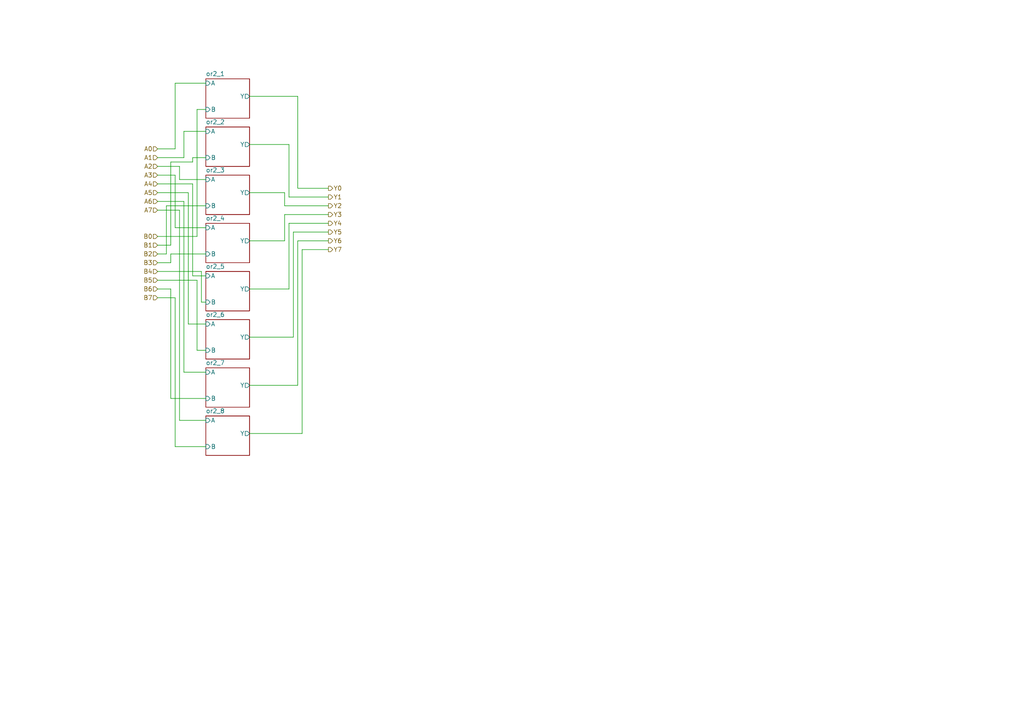
<source format=kicad_sch>
(kicad_sch
	(version 20250114)
	(generator "eeschema")
	(generator_version "9.0")
	(uuid "d541a682-fa01-47a3-834a-d48fe819bd53")
	(paper "A4")
	(lib_symbols)
	(wire
		(pts
			(xy 49.53 76.2) (xy 49.53 73.66)
		)
		(stroke
			(width 0)
			(type default)
		)
		(uuid "01b4c8d3-2923-4857-89f2-2a56d5a0730f")
	)
	(wire
		(pts
			(xy 87.63 125.73) (xy 87.63 72.39)
		)
		(stroke
			(width 0)
			(type default)
		)
		(uuid "0387222c-7af7-4d96-8ebf-72c516580353")
	)
	(wire
		(pts
			(xy 52.07 60.96) (xy 52.07 121.92)
		)
		(stroke
			(width 0)
			(type default)
		)
		(uuid "04dc0057-e523-4886-a05e-c3fe862d0660")
	)
	(wire
		(pts
			(xy 86.36 69.85) (xy 95.25 69.85)
		)
		(stroke
			(width 0)
			(type default)
		)
		(uuid "060c5333-7178-4e75-90b6-aed2062a5ad8")
	)
	(wire
		(pts
			(xy 48.26 59.69) (xy 59.69 59.69)
		)
		(stroke
			(width 0)
			(type default)
		)
		(uuid "0927b98b-9b44-4525-bdc7-f42ecfe75587")
	)
	(wire
		(pts
			(xy 86.36 54.61) (xy 95.25 54.61)
		)
		(stroke
			(width 0)
			(type default)
		)
		(uuid "099ee5dd-b3fe-403a-86af-c21a5b92f536")
	)
	(wire
		(pts
			(xy 45.72 71.12) (xy 49.53 71.12)
		)
		(stroke
			(width 0)
			(type default)
		)
		(uuid "0c2adffa-aa28-4b17-90c4-b7bbb559c704")
	)
	(wire
		(pts
			(xy 72.39 111.76) (xy 86.36 111.76)
		)
		(stroke
			(width 0)
			(type default)
		)
		(uuid "0c307147-b323-46ea-8dfc-c068c3fd3df8")
	)
	(wire
		(pts
			(xy 45.72 81.28) (xy 57.15 81.28)
		)
		(stroke
			(width 0)
			(type default)
		)
		(uuid "0cee0152-dadf-4547-b9e2-447a835e0db5")
	)
	(wire
		(pts
			(xy 57.15 68.58) (xy 57.15 31.75)
		)
		(stroke
			(width 0)
			(type default)
		)
		(uuid "0e8e2e38-d34d-417f-920b-b90df4f5c695")
	)
	(wire
		(pts
			(xy 49.53 46.99) (xy 55.88 46.99)
		)
		(stroke
			(width 0)
			(type default)
		)
		(uuid "112c06b9-e21c-4ba8-ae86-65fb63120bdc")
	)
	(wire
		(pts
			(xy 87.63 72.39) (xy 95.25 72.39)
		)
		(stroke
			(width 0)
			(type default)
		)
		(uuid "119fb8bf-81a7-46fb-b2b5-d74be00c409d")
	)
	(wire
		(pts
			(xy 82.55 69.85) (xy 82.55 62.23)
		)
		(stroke
			(width 0)
			(type default)
		)
		(uuid "12452f5e-69ec-46de-803d-51c0ec9018c9")
	)
	(wire
		(pts
			(xy 52.07 52.07) (xy 59.69 52.07)
		)
		(stroke
			(width 0)
			(type default)
		)
		(uuid "15316335-96a8-4470-9872-b5b988dd1cfd")
	)
	(wire
		(pts
			(xy 45.72 43.18) (xy 50.8 43.18)
		)
		(stroke
			(width 0)
			(type default)
		)
		(uuid "18b30b85-fb32-412d-b31b-6caff6371a6f")
	)
	(wire
		(pts
			(xy 45.72 50.8) (xy 50.8 50.8)
		)
		(stroke
			(width 0)
			(type default)
		)
		(uuid "1a4163a3-c52e-4bee-9f0c-d9bc186f2fa0")
	)
	(wire
		(pts
			(xy 55.88 46.99) (xy 55.88 45.72)
		)
		(stroke
			(width 0)
			(type default)
		)
		(uuid "1f8f6443-82d4-49d1-8a68-2edbd447b369")
	)
	(wire
		(pts
			(xy 53.34 45.72) (xy 53.34 38.1)
		)
		(stroke
			(width 0)
			(type default)
		)
		(uuid "21b274bc-1669-46ea-9cec-e05d9253d7e0")
	)
	(wire
		(pts
			(xy 45.72 55.88) (xy 54.61 55.88)
		)
		(stroke
			(width 0)
			(type default)
		)
		(uuid "24c38eb9-a30a-4031-b3fb-35c8acfd687c")
	)
	(wire
		(pts
			(xy 45.72 68.58) (xy 57.15 68.58)
		)
		(stroke
			(width 0)
			(type default)
		)
		(uuid "2514cf5f-0882-49a7-a055-31d1090f1a8e")
	)
	(wire
		(pts
			(xy 55.88 80.01) (xy 59.69 80.01)
		)
		(stroke
			(width 0)
			(type default)
		)
		(uuid "26926ac1-78de-41db-a7aa-d9074fbfd2f7")
	)
	(wire
		(pts
			(xy 50.8 86.36) (xy 50.8 129.54)
		)
		(stroke
			(width 0)
			(type default)
		)
		(uuid "2aff78f3-5d41-493c-8ed7-93c0f3a75a68")
	)
	(wire
		(pts
			(xy 49.53 115.57) (xy 59.69 115.57)
		)
		(stroke
			(width 0)
			(type default)
		)
		(uuid "2bef8d05-866f-4b52-8b0c-81ed24023d01")
	)
	(wire
		(pts
			(xy 85.09 97.79) (xy 85.09 67.31)
		)
		(stroke
			(width 0)
			(type default)
		)
		(uuid "2d33adca-1cf9-4a66-b02b-954bf07776b9")
	)
	(wire
		(pts
			(xy 83.82 83.82) (xy 83.82 64.77)
		)
		(stroke
			(width 0)
			(type default)
		)
		(uuid "3088f398-80bf-44ca-8966-08bd0f0c4247")
	)
	(wire
		(pts
			(xy 45.72 60.96) (xy 52.07 60.96)
		)
		(stroke
			(width 0)
			(type default)
		)
		(uuid "31a109da-62b2-4beb-9cf5-692566784ed6")
	)
	(wire
		(pts
			(xy 49.53 71.12) (xy 49.53 46.99)
		)
		(stroke
			(width 0)
			(type default)
		)
		(uuid "342391a9-034b-4d3c-857e-96132bd15422")
	)
	(wire
		(pts
			(xy 55.88 53.34) (xy 55.88 80.01)
		)
		(stroke
			(width 0)
			(type default)
		)
		(uuid "351252bf-bd1b-4017-9004-48baf7009114")
	)
	(wire
		(pts
			(xy 57.15 31.75) (xy 59.69 31.75)
		)
		(stroke
			(width 0)
			(type default)
		)
		(uuid "38bc8abd-453c-42d5-b269-02b8ec0dbf41")
	)
	(wire
		(pts
			(xy 52.07 48.26) (xy 52.07 52.07)
		)
		(stroke
			(width 0)
			(type default)
		)
		(uuid "425c4b88-5142-449c-8ea4-fa52c384d8aa")
	)
	(wire
		(pts
			(xy 52.07 121.92) (xy 59.69 121.92)
		)
		(stroke
			(width 0)
			(type default)
		)
		(uuid "46e2ad19-2d81-42da-a755-6af009a0d207")
	)
	(wire
		(pts
			(xy 83.82 41.91) (xy 83.82 57.15)
		)
		(stroke
			(width 0)
			(type default)
		)
		(uuid "4f457e4b-1f32-41c1-82b6-f7bea8bf7b88")
	)
	(wire
		(pts
			(xy 45.72 45.72) (xy 53.34 45.72)
		)
		(stroke
			(width 0)
			(type default)
		)
		(uuid "4ffc0843-62f2-4150-bec0-cc390e89ab52")
	)
	(wire
		(pts
			(xy 45.72 83.82) (xy 49.53 83.82)
		)
		(stroke
			(width 0)
			(type default)
		)
		(uuid "51816abd-5c1a-4682-addd-48d477ba72dc")
	)
	(wire
		(pts
			(xy 45.72 86.36) (xy 50.8 86.36)
		)
		(stroke
			(width 0)
			(type default)
		)
		(uuid "5409efb9-70b8-4ca0-b803-3d2a08706296")
	)
	(wire
		(pts
			(xy 58.42 78.74) (xy 58.42 87.63)
		)
		(stroke
			(width 0)
			(type default)
		)
		(uuid "57c35a95-5b83-42d7-80f8-62601f0c28ed")
	)
	(wire
		(pts
			(xy 57.15 101.6) (xy 59.69 101.6)
		)
		(stroke
			(width 0)
			(type default)
		)
		(uuid "6663e708-e86d-4a0e-b54d-992026e31909")
	)
	(wire
		(pts
			(xy 53.34 58.42) (xy 53.34 107.95)
		)
		(stroke
			(width 0)
			(type default)
		)
		(uuid "6de0a6a3-6046-4b39-a6c2-d8058ff46c78")
	)
	(wire
		(pts
			(xy 58.42 87.63) (xy 59.69 87.63)
		)
		(stroke
			(width 0)
			(type default)
		)
		(uuid "6fadbd32-b859-42c2-8f1c-561532009b81")
	)
	(wire
		(pts
			(xy 72.39 27.94) (xy 86.36 27.94)
		)
		(stroke
			(width 0)
			(type default)
		)
		(uuid "72faa64d-747c-4229-946e-6f6411bf97f9")
	)
	(wire
		(pts
			(xy 50.8 129.54) (xy 59.69 129.54)
		)
		(stroke
			(width 0)
			(type default)
		)
		(uuid "76fffee1-e1ed-4193-a2e6-bac0e3880a26")
	)
	(wire
		(pts
			(xy 45.72 48.26) (xy 52.07 48.26)
		)
		(stroke
			(width 0)
			(type default)
		)
		(uuid "8ce2dc27-5752-42c0-8add-1465f3e9cf06")
	)
	(wire
		(pts
			(xy 72.39 55.88) (xy 82.55 55.88)
		)
		(stroke
			(width 0)
			(type default)
		)
		(uuid "9184f2d2-486a-4b7f-9c7f-0446cca88e69")
	)
	(wire
		(pts
			(xy 72.39 83.82) (xy 83.82 83.82)
		)
		(stroke
			(width 0)
			(type default)
		)
		(uuid "91aa286a-9d0f-45c9-80a6-910ab0ef47c9")
	)
	(wire
		(pts
			(xy 72.39 125.73) (xy 87.63 125.73)
		)
		(stroke
			(width 0)
			(type default)
		)
		(uuid "93d3daac-8dee-4e0b-be22-8e67d9838cd0")
	)
	(wire
		(pts
			(xy 45.72 73.66) (xy 48.26 73.66)
		)
		(stroke
			(width 0)
			(type default)
		)
		(uuid "951e4da9-2acd-4217-8926-cbb17b58a3e8")
	)
	(wire
		(pts
			(xy 82.55 59.69) (xy 95.25 59.69)
		)
		(stroke
			(width 0)
			(type default)
		)
		(uuid "9704a532-7822-4cca-99d4-097516585774")
	)
	(wire
		(pts
			(xy 85.09 67.31) (xy 95.25 67.31)
		)
		(stroke
			(width 0)
			(type default)
		)
		(uuid "991bd255-0594-42d1-9242-bad628517bc6")
	)
	(wire
		(pts
			(xy 49.53 73.66) (xy 59.69 73.66)
		)
		(stroke
			(width 0)
			(type default)
		)
		(uuid "99519fa5-7009-4d66-a9d5-0d0771f56845")
	)
	(wire
		(pts
			(xy 86.36 27.94) (xy 86.36 54.61)
		)
		(stroke
			(width 0)
			(type default)
		)
		(uuid "9b80f9f1-c781-4ac1-9b3a-21c53cfb4b55")
	)
	(wire
		(pts
			(xy 50.8 50.8) (xy 50.8 66.04)
		)
		(stroke
			(width 0)
			(type default)
		)
		(uuid "9ca0ee7f-12d3-456e-84d7-b4af6a2355a0")
	)
	(wire
		(pts
			(xy 72.39 41.91) (xy 83.82 41.91)
		)
		(stroke
			(width 0)
			(type default)
		)
		(uuid "a56a3743-e574-4be1-ac8c-8ae86342b473")
	)
	(wire
		(pts
			(xy 72.39 69.85) (xy 82.55 69.85)
		)
		(stroke
			(width 0)
			(type default)
		)
		(uuid "a6a544f9-1f95-40da-a3eb-ff5f928ca495")
	)
	(wire
		(pts
			(xy 72.39 97.79) (xy 85.09 97.79)
		)
		(stroke
			(width 0)
			(type default)
		)
		(uuid "a8bcb296-3191-4c66-ab03-aca6c2a1301d")
	)
	(wire
		(pts
			(xy 83.82 57.15) (xy 95.25 57.15)
		)
		(stroke
			(width 0)
			(type default)
		)
		(uuid "a992fe4a-018b-4a15-a1ce-9c2536402ad1")
	)
	(wire
		(pts
			(xy 45.72 53.34) (xy 55.88 53.34)
		)
		(stroke
			(width 0)
			(type default)
		)
		(uuid "b765c87e-ff36-4395-a3f6-a31bec3d78f4")
	)
	(wire
		(pts
			(xy 45.72 58.42) (xy 53.34 58.42)
		)
		(stroke
			(width 0)
			(type default)
		)
		(uuid "b823c390-f6d4-487e-806c-4f56db99e39c")
	)
	(wire
		(pts
			(xy 55.88 45.72) (xy 59.69 45.72)
		)
		(stroke
			(width 0)
			(type default)
		)
		(uuid "b889f59e-87dc-46b4-a9a1-5d7fd07b638a")
	)
	(wire
		(pts
			(xy 86.36 111.76) (xy 86.36 69.85)
		)
		(stroke
			(width 0)
			(type default)
		)
		(uuid "b88ac228-0bd4-4c10-af7b-fb1204e26466")
	)
	(wire
		(pts
			(xy 54.61 55.88) (xy 54.61 93.98)
		)
		(stroke
			(width 0)
			(type default)
		)
		(uuid "c25ce3e1-1331-4c24-8cec-129d22fd8601")
	)
	(wire
		(pts
			(xy 50.8 24.13) (xy 59.69 24.13)
		)
		(stroke
			(width 0)
			(type default)
		)
		(uuid "c455f902-6e50-46ed-aa8d-5aaf6dde85b8")
	)
	(wire
		(pts
			(xy 50.8 66.04) (xy 59.69 66.04)
		)
		(stroke
			(width 0)
			(type default)
		)
		(uuid "c6656e4a-de6a-467e-a59c-96cd871a5176")
	)
	(wire
		(pts
			(xy 82.55 62.23) (xy 95.25 62.23)
		)
		(stroke
			(width 0)
			(type default)
		)
		(uuid "cc42d876-4b36-461a-bd26-3141bf87617b")
	)
	(wire
		(pts
			(xy 45.72 76.2) (xy 49.53 76.2)
		)
		(stroke
			(width 0)
			(type default)
		)
		(uuid "cd4c8d4e-5972-4f06-b41d-a39ba67b487f")
	)
	(wire
		(pts
			(xy 82.55 55.88) (xy 82.55 59.69)
		)
		(stroke
			(width 0)
			(type default)
		)
		(uuid "d1264a67-dfa2-4d93-a87f-92f4cd0649b3")
	)
	(wire
		(pts
			(xy 48.26 73.66) (xy 48.26 59.69)
		)
		(stroke
			(width 0)
			(type default)
		)
		(uuid "d2d6113d-b650-4c75-ab14-24b5b6fc795a")
	)
	(wire
		(pts
			(xy 45.72 78.74) (xy 58.42 78.74)
		)
		(stroke
			(width 0)
			(type default)
		)
		(uuid "d915de51-1c72-4a4f-8a86-b3cf00cd8d25")
	)
	(wire
		(pts
			(xy 83.82 64.77) (xy 95.25 64.77)
		)
		(stroke
			(width 0)
			(type default)
		)
		(uuid "da0afd3a-111f-4b83-a07e-6002c4c18c2b")
	)
	(wire
		(pts
			(xy 53.34 38.1) (xy 59.69 38.1)
		)
		(stroke
			(width 0)
			(type default)
		)
		(uuid "e3882ffa-33b3-4554-812e-cc95b0e2d4b9")
	)
	(wire
		(pts
			(xy 57.15 81.28) (xy 57.15 101.6)
		)
		(stroke
			(width 0)
			(type default)
		)
		(uuid "e9e46f51-7259-44f0-a391-051327da1c68")
	)
	(wire
		(pts
			(xy 53.34 107.95) (xy 59.69 107.95)
		)
		(stroke
			(width 0)
			(type default)
		)
		(uuid "ef0f7db2-e75f-42f7-8c8c-f7b536388da4")
	)
	(wire
		(pts
			(xy 54.61 93.98) (xy 59.69 93.98)
		)
		(stroke
			(width 0)
			(type default)
		)
		(uuid "f72d881c-82c0-4963-b430-fc74e7a4474a")
	)
	(wire
		(pts
			(xy 49.53 83.82) (xy 49.53 115.57)
		)
		(stroke
			(width 0)
			(type default)
		)
		(uuid "f9dc07c6-4b72-414c-a73e-7e8f0e0e5e09")
	)
	(wire
		(pts
			(xy 50.8 43.18) (xy 50.8 24.13)
		)
		(stroke
			(width 0)
			(type default)
		)
		(uuid "fd3fc3b6-a2c4-4160-aa4e-9e1e885dcb6d")
	)
	(hierarchical_label "A3"
		(shape input)
		(at 45.72 50.8 180)
		(effects
			(font
				(size 1.27 1.27)
			)
			(justify right)
		)
		(uuid "036d7774-aa83-4b55-ab1a-a8c9fbc6cf57")
	)
	(hierarchical_label "B2"
		(shape input)
		(at 45.72 73.66 180)
		(effects
			(font
				(size 1.27 1.27)
			)
			(justify right)
		)
		(uuid "04503b9d-d099-4198-87e2-41680f0ae245")
	)
	(hierarchical_label "B5"
		(shape input)
		(at 45.72 81.28 180)
		(effects
			(font
				(size 1.27 1.27)
			)
			(justify right)
		)
		(uuid "21d7d790-ef73-44d5-a0e8-2431dc3f80d3")
	)
	(hierarchical_label "Y7"
		(shape output)
		(at 95.25 72.39 0)
		(effects
			(font
				(size 1.27 1.27)
			)
			(justify left)
		)
		(uuid "28963def-5bb8-4f5c-bed9-e1b0ccd8dd42")
	)
	(hierarchical_label "Y6"
		(shape output)
		(at 95.25 69.85 0)
		(effects
			(font
				(size 1.27 1.27)
			)
			(justify left)
		)
		(uuid "2b420dc2-6f75-46e6-8ead-9a86013943b3")
	)
	(hierarchical_label "A0"
		(shape input)
		(at 45.72 43.18 180)
		(effects
			(font
				(size 1.27 1.27)
			)
			(justify right)
		)
		(uuid "375cbb6d-ce11-46f1-9789-3dc2a85a942e")
	)
	(hierarchical_label "A6"
		(shape input)
		(at 45.72 58.42 180)
		(effects
			(font
				(size 1.27 1.27)
			)
			(justify right)
		)
		(uuid "4f5711f5-e79c-43bb-9190-9f8311a2a98b")
	)
	(hierarchical_label "A4"
		(shape input)
		(at 45.72 53.34 180)
		(effects
			(font
				(size 1.27 1.27)
			)
			(justify right)
		)
		(uuid "54289943-a1cb-4e02-a4a5-8437940ddab2")
	)
	(hierarchical_label "B4"
		(shape input)
		(at 45.72 78.74 180)
		(effects
			(font
				(size 1.27 1.27)
			)
			(justify right)
		)
		(uuid "5674ed85-89d0-483e-89f6-8a9d1de5ae5e")
	)
	(hierarchical_label "Y3"
		(shape output)
		(at 95.25 62.23 0)
		(effects
			(font
				(size 1.27 1.27)
			)
			(justify left)
		)
		(uuid "581c4264-6766-44ab-90a8-3f3ed547d7f4")
	)
	(hierarchical_label "B1"
		(shape input)
		(at 45.72 71.12 180)
		(effects
			(font
				(size 1.27 1.27)
			)
			(justify right)
		)
		(uuid "6cdf1e17-862b-4b95-93ef-693e3e5c9992")
	)
	(hierarchical_label "B3"
		(shape input)
		(at 45.72 76.2 180)
		(effects
			(font
				(size 1.27 1.27)
			)
			(justify right)
		)
		(uuid "72275f0e-6954-4ebc-87e4-60ca9ebeb56d")
	)
	(hierarchical_label "B0"
		(shape input)
		(at 45.72 68.58 180)
		(effects
			(font
				(size 1.27 1.27)
			)
			(justify right)
		)
		(uuid "78c964ae-ac1a-4703-a99d-36c411a8985d")
	)
	(hierarchical_label "B7"
		(shape input)
		(at 45.72 86.36 180)
		(effects
			(font
				(size 1.27 1.27)
			)
			(justify right)
		)
		(uuid "80d2e91a-a5f1-4c12-9e83-4ded6d09540e")
	)
	(hierarchical_label "A1"
		(shape input)
		(at 45.72 45.72 180)
		(effects
			(font
				(size 1.27 1.27)
			)
			(justify right)
		)
		(uuid "87815d07-67d9-479e-b5b7-1135b0ea9747")
	)
	(hierarchical_label "Y1"
		(shape output)
		(at 95.25 57.15 0)
		(effects
			(font
				(size 1.27 1.27)
			)
			(justify left)
		)
		(uuid "8bf6a294-3aef-4af7-a500-9c8401d741d1")
	)
	(hierarchical_label "Y0"
		(shape output)
		(at 95.25 54.61 0)
		(effects
			(font
				(size 1.27 1.27)
			)
			(justify left)
		)
		(uuid "96b06fc6-7fd1-49bc-b366-564ad1d879e1")
	)
	(hierarchical_label "Y2"
		(shape output)
		(at 95.25 59.69 0)
		(effects
			(font
				(size 1.27 1.27)
			)
			(justify left)
		)
		(uuid "9a68118f-c0d2-4643-9bc8-b7771bf55fdb")
	)
	(hierarchical_label "A2"
		(shape input)
		(at 45.72 48.26 180)
		(effects
			(font
				(size 1.27 1.27)
			)
			(justify right)
		)
		(uuid "a876633e-a89d-45f8-acec-e96ad2174e18")
	)
	(hierarchical_label "A7"
		(shape input)
		(at 45.72 60.96 180)
		(effects
			(font
				(size 1.27 1.27)
			)
			(justify right)
		)
		(uuid "ace3f804-dd5c-45f3-a4a3-38ce7ecee0eb")
	)
	(hierarchical_label "Y5"
		(shape output)
		(at 95.25 67.31 0)
		(effects
			(font
				(size 1.27 1.27)
			)
			(justify left)
		)
		(uuid "bed34a91-41e7-48c4-929f-a222bb389292")
	)
	(hierarchical_label "A5"
		(shape input)
		(at 45.72 55.88 180)
		(effects
			(font
				(size 1.27 1.27)
			)
			(justify right)
		)
		(uuid "cc0ef8da-6f23-4bb2-97ab-4182454f9761")
	)
	(hierarchical_label "B6"
		(shape input)
		(at 45.72 83.82 180)
		(effects
			(font
				(size 1.27 1.27)
			)
			(justify right)
		)
		(uuid "d33dce34-69cd-40af-b5d6-d86051139009")
	)
	(hierarchical_label "Y4"
		(shape output)
		(at 95.25 64.77 0)
		(effects
			(font
				(size 1.27 1.27)
			)
			(justify left)
		)
		(uuid "ed93a842-7807-41e7-9f0c-b93f34d1645e")
	)
	(sheet
		(at 59.69 36.83)
		(size 12.7 11.43)
		(exclude_from_sim no)
		(in_bom yes)
		(on_board yes)
		(dnp no)
		(fields_autoplaced yes)
		(stroke
			(width 0.1524)
			(type solid)
		)
		(fill
			(color 0 0 0 0.0000)
		)
		(uuid "02700e8e-35ba-4eeb-84ab-a73cefdd8a3a")
		(property "Sheetname" "or2_2"
			(at 59.69 36.1184 0)
			(effects
				(font
					(size 1.27 1.27)
				)
				(justify left bottom)
			)
		)
		(property "Sheetfile" "../gate_or_2in/gate_or_2in.kicad_sch"
			(at 59.69 48.8446 0)
			(effects
				(font
					(size 1.27 1.27)
				)
				(justify left top)
				(hide yes)
			)
		)
		(pin "Y" output
			(at 72.39 41.91 0)
			(uuid "ecb1a9d8-ac5c-4724-997c-edfb6e375c79")
			(effects
				(font
					(size 1.27 1.27)
				)
				(justify right)
			)
		)
		(pin "A" input
			(at 59.69 38.1 180)
			(uuid "dff6ab4b-186e-4d2e-8cd9-594e4183d296")
			(effects
				(font
					(size 1.27 1.27)
				)
				(justify left)
			)
		)
		(pin "B" input
			(at 59.69 45.72 180)
			(uuid "2b70b5df-4b6a-4533-a34e-6a5d30b1ba12")
			(effects
				(font
					(size 1.27 1.27)
				)
				(justify left)
			)
		)
		(instances
			(project "gate_or_2in_8bit"
				(path "/d541a682-fa01-47a3-834a-d48fe819bd53"
					(page "3")
				)
			)
		)
	)
	(sheet
		(at 59.69 22.86)
		(size 12.7 11.43)
		(exclude_from_sim no)
		(in_bom yes)
		(on_board yes)
		(dnp no)
		(fields_autoplaced yes)
		(stroke
			(width 0.1524)
			(type solid)
		)
		(fill
			(color 0 0 0 0.0000)
		)
		(uuid "275ec990-a041-4c65-935f-b4656c3b8d89")
		(property "Sheetname" "or2_1"
			(at 59.69 22.1484 0)
			(effects
				(font
					(size 1.27 1.27)
				)
				(justify left bottom)
			)
		)
		(property "Sheetfile" "../gate_or_2in/gate_or_2in.kicad_sch"
			(at 59.69 34.8746 0)
			(effects
				(font
					(size 1.27 1.27)
				)
				(justify left top)
				(hide yes)
			)
		)
		(pin "Y" output
			(at 72.39 27.94 0)
			(uuid "22eb80a9-0072-47a4-ba5f-a833f2c0f7d3")
			(effects
				(font
					(size 1.27 1.27)
				)
				(justify right)
			)
		)
		(pin "A" input
			(at 59.69 24.13 180)
			(uuid "e7e9f198-e038-4466-be89-73ed869f126d")
			(effects
				(font
					(size 1.27 1.27)
				)
				(justify left)
			)
		)
		(pin "B" input
			(at 59.69 31.75 180)
			(uuid "5d70d645-7aee-42ef-b665-994fb9870fcf")
			(effects
				(font
					(size 1.27 1.27)
				)
				(justify left)
			)
		)
		(instances
			(project "gate_or_2in_8bit"
				(path "/d541a682-fa01-47a3-834a-d48fe819bd53"
					(page "2")
				)
			)
		)
	)
	(sheet
		(at 59.69 78.74)
		(size 12.7 11.43)
		(exclude_from_sim no)
		(in_bom yes)
		(on_board yes)
		(dnp no)
		(fields_autoplaced yes)
		(stroke
			(width 0.1524)
			(type solid)
		)
		(fill
			(color 0 0 0 0.0000)
		)
		(uuid "6ca11fef-e989-4bc9-a378-9c6b75bb89b8")
		(property "Sheetname" "or2_5"
			(at 59.69 78.0284 0)
			(effects
				(font
					(size 1.27 1.27)
				)
				(justify left bottom)
			)
		)
		(property "Sheetfile" "../gate_or_2in/gate_or_2in.kicad_sch"
			(at 59.69 90.7546 0)
			(effects
				(font
					(size 1.27 1.27)
				)
				(justify left top)
				(hide yes)
			)
		)
		(pin "Y" output
			(at 72.39 83.82 0)
			(uuid "55a0b11f-539f-4e4d-a74b-9a8d3204f722")
			(effects
				(font
					(size 1.27 1.27)
				)
				(justify right)
			)
		)
		(pin "A" input
			(at 59.69 80.01 180)
			(uuid "2b8e715c-90b7-4137-ae62-60a4ab9202ab")
			(effects
				(font
					(size 1.27 1.27)
				)
				(justify left)
			)
		)
		(pin "B" input
			(at 59.69 87.63 180)
			(uuid "089a7e33-7954-4823-b8ee-38966268a98c")
			(effects
				(font
					(size 1.27 1.27)
				)
				(justify left)
			)
		)
		(instances
			(project "gate_or_2in_8bit"
				(path "/d541a682-fa01-47a3-834a-d48fe819bd53"
					(page "6")
				)
			)
		)
	)
	(sheet
		(at 59.69 64.77)
		(size 12.7 11.43)
		(exclude_from_sim no)
		(in_bom yes)
		(on_board yes)
		(dnp no)
		(fields_autoplaced yes)
		(stroke
			(width 0.1524)
			(type solid)
		)
		(fill
			(color 0 0 0 0.0000)
		)
		(uuid "7ca55fb8-893c-413a-885e-4d55a7209a0c")
		(property "Sheetname" "or2_4"
			(at 59.69 64.0584 0)
			(effects
				(font
					(size 1.27 1.27)
				)
				(justify left bottom)
			)
		)
		(property "Sheetfile" "../gate_or_2in/gate_or_2in.kicad_sch"
			(at 59.69 76.7846 0)
			(effects
				(font
					(size 1.27 1.27)
				)
				(justify left top)
				(hide yes)
			)
		)
		(pin "Y" output
			(at 72.39 69.85 0)
			(uuid "c76427ed-2c6a-4319-abe8-8e2cab8e29c0")
			(effects
				(font
					(size 1.27 1.27)
				)
				(justify right)
			)
		)
		(pin "A" input
			(at 59.69 66.04 180)
			(uuid "e28ea384-7d9a-416d-a2e5-82ee01820ad7")
			(effects
				(font
					(size 1.27 1.27)
				)
				(justify left)
			)
		)
		(pin "B" input
			(at 59.69 73.66 180)
			(uuid "7469df51-0cf9-442f-a84f-d748fb04c084")
			(effects
				(font
					(size 1.27 1.27)
				)
				(justify left)
			)
		)
		(instances
			(project "gate_or_2in_8bit"
				(path "/d541a682-fa01-47a3-834a-d48fe819bd53"
					(page "5")
				)
			)
		)
	)
	(sheet
		(at 59.69 92.71)
		(size 12.7 11.43)
		(exclude_from_sim no)
		(in_bom yes)
		(on_board yes)
		(dnp no)
		(fields_autoplaced yes)
		(stroke
			(width 0.1524)
			(type solid)
		)
		(fill
			(color 0 0 0 0.0000)
		)
		(uuid "b0db827d-78ad-4976-8ab1-9e70f66e4133")
		(property "Sheetname" "or2_6"
			(at 59.69 91.9984 0)
			(effects
				(font
					(size 1.27 1.27)
				)
				(justify left bottom)
			)
		)
		(property "Sheetfile" "../gate_or_2in/gate_or_2in.kicad_sch"
			(at 59.69 104.7246 0)
			(effects
				(font
					(size 1.27 1.27)
				)
				(justify left top)
				(hide yes)
			)
		)
		(pin "Y" output
			(at 72.39 97.79 0)
			(uuid "2b07ee61-b843-4d5b-ba2f-8b882d88151e")
			(effects
				(font
					(size 1.27 1.27)
				)
				(justify right)
			)
		)
		(pin "A" input
			(at 59.69 93.98 180)
			(uuid "c1ac120e-b08b-4b2a-a44c-d3c4faf5876e")
			(effects
				(font
					(size 1.27 1.27)
				)
				(justify left)
			)
		)
		(pin "B" input
			(at 59.69 101.6 180)
			(uuid "38c56a39-d517-481f-b7b9-90cf43ba4d86")
			(effects
				(font
					(size 1.27 1.27)
				)
				(justify left)
			)
		)
		(instances
			(project "gate_or_2in_8bit"
				(path "/d541a682-fa01-47a3-834a-d48fe819bd53"
					(page "7")
				)
			)
		)
	)
	(sheet
		(at 59.69 106.68)
		(size 12.7 11.43)
		(exclude_from_sim no)
		(in_bom yes)
		(on_board yes)
		(dnp no)
		(fields_autoplaced yes)
		(stroke
			(width 0.1524)
			(type solid)
		)
		(fill
			(color 0 0 0 0.0000)
		)
		(uuid "c836acf5-6946-43c5-94fa-34d6d929a786")
		(property "Sheetname" "or2_7"
			(at 59.69 105.9684 0)
			(effects
				(font
					(size 1.27 1.27)
				)
				(justify left bottom)
			)
		)
		(property "Sheetfile" "../gate_or_2in/gate_or_2in.kicad_sch"
			(at 59.69 118.6946 0)
			(effects
				(font
					(size 1.27 1.27)
				)
				(justify left top)
				(hide yes)
			)
		)
		(pin "Y" output
			(at 72.39 111.76 0)
			(uuid "3eddba5e-a17f-432d-ae63-b5a36d1faa37")
			(effects
				(font
					(size 1.27 1.27)
				)
				(justify right)
			)
		)
		(pin "A" input
			(at 59.69 107.95 180)
			(uuid "7ac707e0-66dd-41de-9a24-e340be67f35e")
			(effects
				(font
					(size 1.27 1.27)
				)
				(justify left)
			)
		)
		(pin "B" input
			(at 59.69 115.57 180)
			(uuid "b7713897-3149-4e23-a66b-6daf6f7f2973")
			(effects
				(font
					(size 1.27 1.27)
				)
				(justify left)
			)
		)
		(instances
			(project "gate_or_2in_8bit"
				(path "/d541a682-fa01-47a3-834a-d48fe819bd53"
					(page "8")
				)
			)
		)
	)
	(sheet
		(at 59.69 120.65)
		(size 12.7 11.43)
		(exclude_from_sim no)
		(in_bom yes)
		(on_board yes)
		(dnp no)
		(fields_autoplaced yes)
		(stroke
			(width 0.1524)
			(type solid)
		)
		(fill
			(color 0 0 0 0.0000)
		)
		(uuid "da07631c-7ab1-4341-8c58-f78255426986")
		(property "Sheetname" "or2_8"
			(at 59.69 119.9384 0)
			(effects
				(font
					(size 1.27 1.27)
				)
				(justify left bottom)
			)
		)
		(property "Sheetfile" "../gate_or_2in/gate_or_2in.kicad_sch"
			(at 59.69 132.6646 0)
			(effects
				(font
					(size 1.27 1.27)
				)
				(justify left top)
				(hide yes)
			)
		)
		(pin "Y" output
			(at 72.39 125.73 0)
			(uuid "65f2d3ec-b1f9-4313-a43a-c42e219ef175")
			(effects
				(font
					(size 1.27 1.27)
				)
				(justify right)
			)
		)
		(pin "A" input
			(at 59.69 121.92 180)
			(uuid "7776e649-d465-425b-98e1-3f53cca18b9a")
			(effects
				(font
					(size 1.27 1.27)
				)
				(justify left)
			)
		)
		(pin "B" input
			(at 59.69 129.54 180)
			(uuid "0ea738eb-3539-4066-a508-f3a763151d30")
			(effects
				(font
					(size 1.27 1.27)
				)
				(justify left)
			)
		)
		(instances
			(project "gate_or_2in_8bit"
				(path "/d541a682-fa01-47a3-834a-d48fe819bd53"
					(page "9")
				)
			)
		)
	)
	(sheet
		(at 59.69 50.8)
		(size 12.7 11.43)
		(exclude_from_sim no)
		(in_bom yes)
		(on_board yes)
		(dnp no)
		(fields_autoplaced yes)
		(stroke
			(width 0.1524)
			(type solid)
		)
		(fill
			(color 0 0 0 0.0000)
		)
		(uuid "fa197c45-1dd2-4a6b-8654-c2f69cd2f8ed")
		(property "Sheetname" "or2_3"
			(at 59.69 50.0884 0)
			(effects
				(font
					(size 1.27 1.27)
				)
				(justify left bottom)
			)
		)
		(property "Sheetfile" "../gate_or_2in/gate_or_2in.kicad_sch"
			(at 59.69 62.8146 0)
			(effects
				(font
					(size 1.27 1.27)
				)
				(justify left top)
				(hide yes)
			)
		)
		(pin "Y" output
			(at 72.39 55.88 0)
			(uuid "886ccb5e-5fd2-489c-a8a5-24046cf7c666")
			(effects
				(font
					(size 1.27 1.27)
				)
				(justify right)
			)
		)
		(pin "A" input
			(at 59.69 52.07 180)
			(uuid "b6aa2061-c056-450f-b15c-70abf626b67a")
			(effects
				(font
					(size 1.27 1.27)
				)
				(justify left)
			)
		)
		(pin "B" input
			(at 59.69 59.69 180)
			(uuid "5bb99423-e764-4b81-9e3a-8ba94555d094")
			(effects
				(font
					(size 1.27 1.27)
				)
				(justify left)
			)
		)
		(instances
			(project "gate_or_2in_8bit"
				(path "/d541a682-fa01-47a3-834a-d48fe819bd53"
					(page "4")
				)
			)
		)
	)
	(sheet_instances
		(path "/"
			(page "1")
		)
	)
	(embedded_fonts no)
)

</source>
